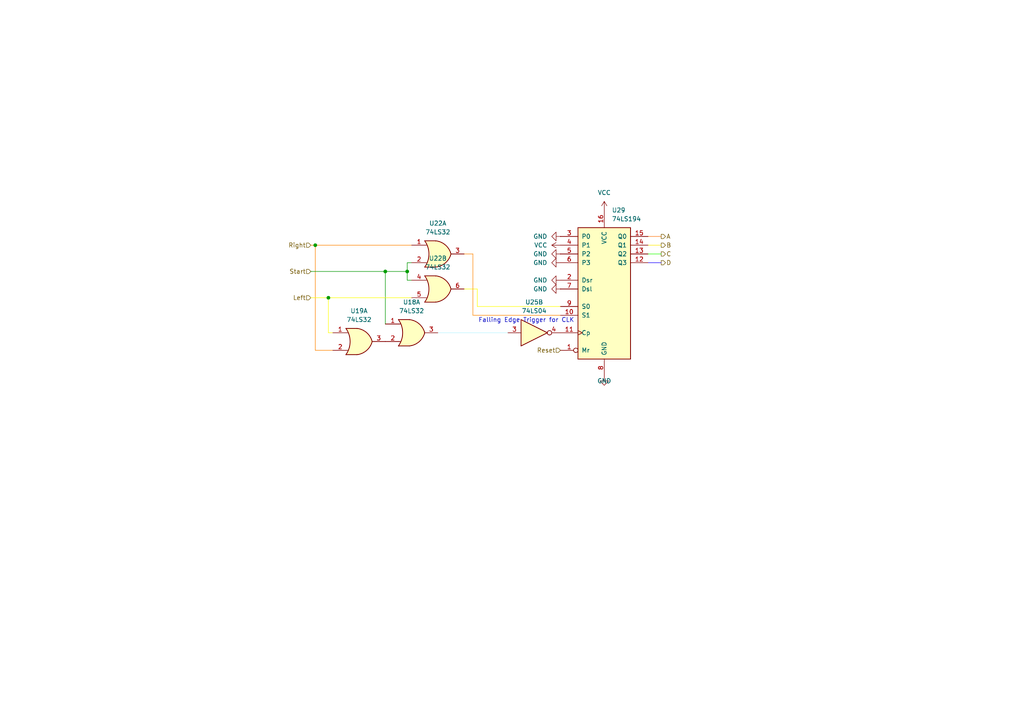
<source format=kicad_sch>
(kicad_sch
	(version 20250114)
	(generator "eeschema")
	(generator_version "9.0")
	(uuid "93741099-b1d1-46dc-9573-da7da452f05b")
	(paper "A4")
	(lib_symbols
		(symbol "74xx:74LS04"
			(exclude_from_sim no)
			(in_bom yes)
			(on_board yes)
			(property "Reference" "U"
				(at 0 1.27 0)
				(effects
					(font
						(size 1.27 1.27)
					)
				)
			)
			(property "Value" "74LS04"
				(at 0 -1.27 0)
				(effects
					(font
						(size 1.27 1.27)
					)
				)
			)
			(property "Footprint" ""
				(at 0 0 0)
				(effects
					(font
						(size 1.27 1.27)
					)
					(hide yes)
				)
			)
			(property "Datasheet" "http://www.ti.com/lit/gpn/sn74LS04"
				(at 0 0 0)
				(effects
					(font
						(size 1.27 1.27)
					)
					(hide yes)
				)
			)
			(property "Description" "Hex Inverter"
				(at 0 0 0)
				(effects
					(font
						(size 1.27 1.27)
					)
					(hide yes)
				)
			)
			(property "ki_locked" ""
				(at 0 0 0)
				(effects
					(font
						(size 1.27 1.27)
					)
				)
			)
			(property "ki_keywords" "TTL not inv"
				(at 0 0 0)
				(effects
					(font
						(size 1.27 1.27)
					)
					(hide yes)
				)
			)
			(property "ki_fp_filters" "DIP*W7.62mm* SSOP?14* TSSOP?14*"
				(at 0 0 0)
				(effects
					(font
						(size 1.27 1.27)
					)
					(hide yes)
				)
			)
			(symbol "74LS04_1_0"
				(polyline
					(pts
						(xy -3.81 3.81) (xy -3.81 -3.81) (xy 3.81 0) (xy -3.81 3.81)
					)
					(stroke
						(width 0.254)
						(type default)
					)
					(fill
						(type background)
					)
				)
				(pin input line
					(at -7.62 0 0)
					(length 3.81)
					(name "~"
						(effects
							(font
								(size 1.27 1.27)
							)
						)
					)
					(number "1"
						(effects
							(font
								(size 1.27 1.27)
							)
						)
					)
				)
				(pin output inverted
					(at 7.62 0 180)
					(length 3.81)
					(name "~"
						(effects
							(font
								(size 1.27 1.27)
							)
						)
					)
					(number "2"
						(effects
							(font
								(size 1.27 1.27)
							)
						)
					)
				)
			)
			(symbol "74LS04_2_0"
				(polyline
					(pts
						(xy -3.81 3.81) (xy -3.81 -3.81) (xy 3.81 0) (xy -3.81 3.81)
					)
					(stroke
						(width 0.254)
						(type default)
					)
					(fill
						(type background)
					)
				)
				(pin input line
					(at -7.62 0 0)
					(length 3.81)
					(name "~"
						(effects
							(font
								(size 1.27 1.27)
							)
						)
					)
					(number "3"
						(effects
							(font
								(size 1.27 1.27)
							)
						)
					)
				)
				(pin output inverted
					(at 7.62 0 180)
					(length 3.81)
					(name "~"
						(effects
							(font
								(size 1.27 1.27)
							)
						)
					)
					(number "4"
						(effects
							(font
								(size 1.27 1.27)
							)
						)
					)
				)
			)
			(symbol "74LS04_3_0"
				(polyline
					(pts
						(xy -3.81 3.81) (xy -3.81 -3.81) (xy 3.81 0) (xy -3.81 3.81)
					)
					(stroke
						(width 0.254)
						(type default)
					)
					(fill
						(type background)
					)
				)
				(pin input line
					(at -7.62 0 0)
					(length 3.81)
					(name "~"
						(effects
							(font
								(size 1.27 1.27)
							)
						)
					)
					(number "5"
						(effects
							(font
								(size 1.27 1.27)
							)
						)
					)
				)
				(pin output inverted
					(at 7.62 0 180)
					(length 3.81)
					(name "~"
						(effects
							(font
								(size 1.27 1.27)
							)
						)
					)
					(number "6"
						(effects
							(font
								(size 1.27 1.27)
							)
						)
					)
				)
			)
			(symbol "74LS04_4_0"
				(polyline
					(pts
						(xy -3.81 3.81) (xy -3.81 -3.81) (xy 3.81 0) (xy -3.81 3.81)
					)
					(stroke
						(width 0.254)
						(type default)
					)
					(fill
						(type background)
					)
				)
				(pin input line
					(at -7.62 0 0)
					(length 3.81)
					(name "~"
						(effects
							(font
								(size 1.27 1.27)
							)
						)
					)
					(number "9"
						(effects
							(font
								(size 1.27 1.27)
							)
						)
					)
				)
				(pin output inverted
					(at 7.62 0 180)
					(length 3.81)
					(name "~"
						(effects
							(font
								(size 1.27 1.27)
							)
						)
					)
					(number "8"
						(effects
							(font
								(size 1.27 1.27)
							)
						)
					)
				)
			)
			(symbol "74LS04_5_0"
				(polyline
					(pts
						(xy -3.81 3.81) (xy -3.81 -3.81) (xy 3.81 0) (xy -3.81 3.81)
					)
					(stroke
						(width 0.254)
						(type default)
					)
					(fill
						(type background)
					)
				)
				(pin input line
					(at -7.62 0 0)
					(length 3.81)
					(name "~"
						(effects
							(font
								(size 1.27 1.27)
							)
						)
					)
					(number "11"
						(effects
							(font
								(size 1.27 1.27)
							)
						)
					)
				)
				(pin output inverted
					(at 7.62 0 180)
					(length 3.81)
					(name "~"
						(effects
							(font
								(size 1.27 1.27)
							)
						)
					)
					(number "10"
						(effects
							(font
								(size 1.27 1.27)
							)
						)
					)
				)
			)
			(symbol "74LS04_6_0"
				(polyline
					(pts
						(xy -3.81 3.81) (xy -3.81 -3.81) (xy 3.81 0) (xy -3.81 3.81)
					)
					(stroke
						(width 0.254)
						(type default)
					)
					(fill
						(type background)
					)
				)
				(pin input line
					(at -7.62 0 0)
					(length 3.81)
					(name "~"
						(effects
							(font
								(size 1.27 1.27)
							)
						)
					)
					(number "13"
						(effects
							(font
								(size 1.27 1.27)
							)
						)
					)
				)
				(pin output inverted
					(at 7.62 0 180)
					(length 3.81)
					(name "~"
						(effects
							(font
								(size 1.27 1.27)
							)
						)
					)
					(number "12"
						(effects
							(font
								(size 1.27 1.27)
							)
						)
					)
				)
			)
			(symbol "74LS04_7_0"
				(pin power_in line
					(at 0 12.7 270)
					(length 5.08)
					(name "VCC"
						(effects
							(font
								(size 1.27 1.27)
							)
						)
					)
					(number "14"
						(effects
							(font
								(size 1.27 1.27)
							)
						)
					)
				)
				(pin power_in line
					(at 0 -12.7 90)
					(length 5.08)
					(name "GND"
						(effects
							(font
								(size 1.27 1.27)
							)
						)
					)
					(number "7"
						(effects
							(font
								(size 1.27 1.27)
							)
						)
					)
				)
			)
			(symbol "74LS04_7_1"
				(rectangle
					(start -5.08 7.62)
					(end 5.08 -7.62)
					(stroke
						(width 0.254)
						(type default)
					)
					(fill
						(type background)
					)
				)
			)
			(embedded_fonts no)
		)
		(symbol "74xx:74LS194"
			(pin_names
				(offset 1.016)
			)
			(exclude_from_sim no)
			(in_bom yes)
			(on_board yes)
			(property "Reference" "U"
				(at -7.62 19.05 0)
				(effects
					(font
						(size 1.27 1.27)
					)
				)
			)
			(property "Value" "74LS194"
				(at -7.62 -21.59 0)
				(effects
					(font
						(size 1.27 1.27)
					)
				)
			)
			(property "Footprint" ""
				(at 0 0 0)
				(effects
					(font
						(size 1.27 1.27)
					)
					(hide yes)
				)
			)
			(property "Datasheet" "http://www.ti.com/lit/gpn/sn74LS194"
				(at 0 0 0)
				(effects
					(font
						(size 1.27 1.27)
					)
					(hide yes)
				)
			)
			(property "Description" "Shift Register 4-bit Bidirectional"
				(at 0 0 0)
				(effects
					(font
						(size 1.27 1.27)
					)
					(hide yes)
				)
			)
			(property "ki_locked" ""
				(at 0 0 0)
				(effects
					(font
						(size 1.27 1.27)
					)
				)
			)
			(property "ki_keywords" "TTL RS SR4"
				(at 0 0 0)
				(effects
					(font
						(size 1.27 1.27)
					)
					(hide yes)
				)
			)
			(property "ki_fp_filters" "DIP?16*"
				(at 0 0 0)
				(effects
					(font
						(size 1.27 1.27)
					)
					(hide yes)
				)
			)
			(symbol "74LS194_1_0"
				(pin input line
					(at -12.7 15.24 0)
					(length 5.08)
					(name "P0"
						(effects
							(font
								(size 1.27 1.27)
							)
						)
					)
					(number "3"
						(effects
							(font
								(size 1.27 1.27)
							)
						)
					)
				)
				(pin input line
					(at -12.7 12.7 0)
					(length 5.08)
					(name "P1"
						(effects
							(font
								(size 1.27 1.27)
							)
						)
					)
					(number "4"
						(effects
							(font
								(size 1.27 1.27)
							)
						)
					)
				)
				(pin input line
					(at -12.7 10.16 0)
					(length 5.08)
					(name "P2"
						(effects
							(font
								(size 1.27 1.27)
							)
						)
					)
					(number "5"
						(effects
							(font
								(size 1.27 1.27)
							)
						)
					)
				)
				(pin input line
					(at -12.7 7.62 0)
					(length 5.08)
					(name "P3"
						(effects
							(font
								(size 1.27 1.27)
							)
						)
					)
					(number "6"
						(effects
							(font
								(size 1.27 1.27)
							)
						)
					)
				)
				(pin input line
					(at -12.7 2.54 0)
					(length 5.08)
					(name "Dsr"
						(effects
							(font
								(size 1.27 1.27)
							)
						)
					)
					(number "2"
						(effects
							(font
								(size 1.27 1.27)
							)
						)
					)
				)
				(pin input line
					(at -12.7 0 0)
					(length 5.08)
					(name "Dsl"
						(effects
							(font
								(size 1.27 1.27)
							)
						)
					)
					(number "7"
						(effects
							(font
								(size 1.27 1.27)
							)
						)
					)
				)
				(pin input line
					(at -12.7 -5.08 0)
					(length 5.08)
					(name "S0"
						(effects
							(font
								(size 1.27 1.27)
							)
						)
					)
					(number "9"
						(effects
							(font
								(size 1.27 1.27)
							)
						)
					)
				)
				(pin input line
					(at -12.7 -7.62 0)
					(length 5.08)
					(name "S1"
						(effects
							(font
								(size 1.27 1.27)
							)
						)
					)
					(number "10"
						(effects
							(font
								(size 1.27 1.27)
							)
						)
					)
				)
				(pin input clock
					(at -12.7 -12.7 0)
					(length 5.08)
					(name "Cp"
						(effects
							(font
								(size 1.27 1.27)
							)
						)
					)
					(number "11"
						(effects
							(font
								(size 1.27 1.27)
							)
						)
					)
				)
				(pin input inverted
					(at -12.7 -17.78 0)
					(length 5.08)
					(name "Mr"
						(effects
							(font
								(size 1.27 1.27)
							)
						)
					)
					(number "1"
						(effects
							(font
								(size 1.27 1.27)
							)
						)
					)
				)
				(pin power_in line
					(at 0 22.86 270)
					(length 5.08)
					(name "VCC"
						(effects
							(font
								(size 1.27 1.27)
							)
						)
					)
					(number "16"
						(effects
							(font
								(size 1.27 1.27)
							)
						)
					)
				)
				(pin power_in line
					(at 0 -25.4 90)
					(length 5.08)
					(name "GND"
						(effects
							(font
								(size 1.27 1.27)
							)
						)
					)
					(number "8"
						(effects
							(font
								(size 1.27 1.27)
							)
						)
					)
				)
				(pin output line
					(at 12.7 15.24 180)
					(length 5.08)
					(name "Q0"
						(effects
							(font
								(size 1.27 1.27)
							)
						)
					)
					(number "15"
						(effects
							(font
								(size 1.27 1.27)
							)
						)
					)
				)
				(pin output line
					(at 12.7 12.7 180)
					(length 5.08)
					(name "Q1"
						(effects
							(font
								(size 1.27 1.27)
							)
						)
					)
					(number "14"
						(effects
							(font
								(size 1.27 1.27)
							)
						)
					)
				)
				(pin output line
					(at 12.7 10.16 180)
					(length 5.08)
					(name "Q2"
						(effects
							(font
								(size 1.27 1.27)
							)
						)
					)
					(number "13"
						(effects
							(font
								(size 1.27 1.27)
							)
						)
					)
				)
				(pin output line
					(at 12.7 7.62 180)
					(length 5.08)
					(name "Q3"
						(effects
							(font
								(size 1.27 1.27)
							)
						)
					)
					(number "12"
						(effects
							(font
								(size 1.27 1.27)
							)
						)
					)
				)
			)
			(symbol "74LS194_1_1"
				(rectangle
					(start -7.62 17.78)
					(end 7.62 -20.32)
					(stroke
						(width 0.254)
						(type default)
					)
					(fill
						(type background)
					)
				)
			)
			(embedded_fonts no)
		)
		(symbol "74xx:74LS32"
			(pin_names
				(offset 1.016)
			)
			(exclude_from_sim no)
			(in_bom yes)
			(on_board yes)
			(property "Reference" "U"
				(at 0 1.27 0)
				(effects
					(font
						(size 1.27 1.27)
					)
				)
			)
			(property "Value" "74LS32"
				(at 0 -1.27 0)
				(effects
					(font
						(size 1.27 1.27)
					)
				)
			)
			(property "Footprint" ""
				(at 0 0 0)
				(effects
					(font
						(size 1.27 1.27)
					)
					(hide yes)
				)
			)
			(property "Datasheet" "http://www.ti.com/lit/gpn/sn74LS32"
				(at 0 0 0)
				(effects
					(font
						(size 1.27 1.27)
					)
					(hide yes)
				)
			)
			(property "Description" "Quad 2-input OR"
				(at 0 0 0)
				(effects
					(font
						(size 1.27 1.27)
					)
					(hide yes)
				)
			)
			(property "ki_locked" ""
				(at 0 0 0)
				(effects
					(font
						(size 1.27 1.27)
					)
				)
			)
			(property "ki_keywords" "TTL Or2"
				(at 0 0 0)
				(effects
					(font
						(size 1.27 1.27)
					)
					(hide yes)
				)
			)
			(property "ki_fp_filters" "DIP?14*"
				(at 0 0 0)
				(effects
					(font
						(size 1.27 1.27)
					)
					(hide yes)
				)
			)
			(symbol "74LS32_1_1"
				(arc
					(start -3.81 3.81)
					(mid -2.589 0)
					(end -3.81 -3.81)
					(stroke
						(width 0.254)
						(type default)
					)
					(fill
						(type none)
					)
				)
				(polyline
					(pts
						(xy -3.81 3.81) (xy -0.635 3.81)
					)
					(stroke
						(width 0.254)
						(type default)
					)
					(fill
						(type background)
					)
				)
				(polyline
					(pts
						(xy -3.81 -3.81) (xy -0.635 -3.81)
					)
					(stroke
						(width 0.254)
						(type default)
					)
					(fill
						(type background)
					)
				)
				(arc
					(start 3.81 0)
					(mid 2.1855 -2.584)
					(end -0.6096 -3.81)
					(stroke
						(width 0.254)
						(type default)
					)
					(fill
						(type background)
					)
				)
				(arc
					(start -0.6096 3.81)
					(mid 2.1928 2.5924)
					(end 3.81 0)
					(stroke
						(width 0.254)
						(type default)
					)
					(fill
						(type background)
					)
				)
				(polyline
					(pts
						(xy -0.635 3.81) (xy -3.81 3.81) (xy -3.81 3.81) (xy -3.556 3.4036) (xy -3.0226 2.2606) (xy -2.6924 1.0414)
						(xy -2.6162 -0.254) (xy -2.7686 -1.4986) (xy -3.175 -2.7178) (xy -3.81 -3.81) (xy -3.81 -3.81)
						(xy -0.635 -3.81)
					)
					(stroke
						(width -25.4)
						(type default)
					)
					(fill
						(type background)
					)
				)
				(pin input line
					(at -7.62 2.54 0)
					(length 4.318)
					(name "~"
						(effects
							(font
								(size 1.27 1.27)
							)
						)
					)
					(number "1"
						(effects
							(font
								(size 1.27 1.27)
							)
						)
					)
				)
				(pin input line
					(at -7.62 -2.54 0)
					(length 4.318)
					(name "~"
						(effects
							(font
								(size 1.27 1.27)
							)
						)
					)
					(number "2"
						(effects
							(font
								(size 1.27 1.27)
							)
						)
					)
				)
				(pin output line
					(at 7.62 0 180)
					(length 3.81)
					(name "~"
						(effects
							(font
								(size 1.27 1.27)
							)
						)
					)
					(number "3"
						(effects
							(font
								(size 1.27 1.27)
							)
						)
					)
				)
			)
			(symbol "74LS32_1_2"
				(arc
					(start 0 3.81)
					(mid 3.7934 0)
					(end 0 -3.81)
					(stroke
						(width 0.254)
						(type default)
					)
					(fill
						(type background)
					)
				)
				(polyline
					(pts
						(xy 0 3.81) (xy -3.81 3.81) (xy -3.81 -3.81) (xy 0 -3.81)
					)
					(stroke
						(width 0.254)
						(type default)
					)
					(fill
						(type background)
					)
				)
				(pin input inverted
					(at -7.62 2.54 0)
					(length 3.81)
					(name "~"
						(effects
							(font
								(size 1.27 1.27)
							)
						)
					)
					(number "1"
						(effects
							(font
								(size 1.27 1.27)
							)
						)
					)
				)
				(pin input inverted
					(at -7.62 -2.54 0)
					(length 3.81)
					(name "~"
						(effects
							(font
								(size 1.27 1.27)
							)
						)
					)
					(number "2"
						(effects
							(font
								(size 1.27 1.27)
							)
						)
					)
				)
				(pin output inverted
					(at 7.62 0 180)
					(length 3.81)
					(name "~"
						(effects
							(font
								(size 1.27 1.27)
							)
						)
					)
					(number "3"
						(effects
							(font
								(size 1.27 1.27)
							)
						)
					)
				)
			)
			(symbol "74LS32_2_1"
				(arc
					(start -3.81 3.81)
					(mid -2.589 0)
					(end -3.81 -3.81)
					(stroke
						(width 0.254)
						(type default)
					)
					(fill
						(type none)
					)
				)
				(polyline
					(pts
						(xy -3.81 3.81) (xy -0.635 3.81)
					)
					(stroke
						(width 0.254)
						(type default)
					)
					(fill
						(type background)
					)
				)
				(polyline
					(pts
						(xy -3.81 -3.81) (xy -0.635 -3.81)
					)
					(stroke
						(width 0.254)
						(type default)
					)
					(fill
						(type background)
					)
				)
				(arc
					(start 3.81 0)
					(mid 2.1855 -2.584)
					(end -0.6096 -3.81)
					(stroke
						(width 0.254)
						(type default)
					)
					(fill
						(type background)
					)
				)
				(arc
					(start -0.6096 3.81)
					(mid 2.1928 2.5924)
					(end 3.81 0)
					(stroke
						(width 0.254)
						(type default)
					)
					(fill
						(type background)
					)
				)
				(polyline
					(pts
						(xy -0.635 3.81) (xy -3.81 3.81) (xy -3.81 3.81) (xy -3.556 3.4036) (xy -3.0226 2.2606) (xy -2.6924 1.0414)
						(xy -2.6162 -0.254) (xy -2.7686 -1.4986) (xy -3.175 -2.7178) (xy -3.81 -3.81) (xy -3.81 -3.81)
						(xy -0.635 -3.81)
					)
					(stroke
						(width -25.4)
						(type default)
					)
					(fill
						(type background)
					)
				)
				(pin input line
					(at -7.62 2.54 0)
					(length 4.318)
					(name "~"
						(effects
							(font
								(size 1.27 1.27)
							)
						)
					)
					(number "4"
						(effects
							(font
								(size 1.27 1.27)
							)
						)
					)
				)
				(pin input line
					(at -7.62 -2.54 0)
					(length 4.318)
					(name "~"
						(effects
							(font
								(size 1.27 1.27)
							)
						)
					)
					(number "5"
						(effects
							(font
								(size 1.27 1.27)
							)
						)
					)
				)
				(pin output line
					(at 7.62 0 180)
					(length 3.81)
					(name "~"
						(effects
							(font
								(size 1.27 1.27)
							)
						)
					)
					(number "6"
						(effects
							(font
								(size 1.27 1.27)
							)
						)
					)
				)
			)
			(symbol "74LS32_2_2"
				(arc
					(start 0 3.81)
					(mid 3.7934 0)
					(end 0 -3.81)
					(stroke
						(width 0.254)
						(type default)
					)
					(fill
						(type background)
					)
				)
				(polyline
					(pts
						(xy 0 3.81) (xy -3.81 3.81) (xy -3.81 -3.81) (xy 0 -3.81)
					)
					(stroke
						(width 0.254)
						(type default)
					)
					(fill
						(type background)
					)
				)
				(pin input inverted
					(at -7.62 2.54 0)
					(length 3.81)
					(name "~"
						(effects
							(font
								(size 1.27 1.27)
							)
						)
					)
					(number "4"
						(effects
							(font
								(size 1.27 1.27)
							)
						)
					)
				)
				(pin input inverted
					(at -7.62 -2.54 0)
					(length 3.81)
					(name "~"
						(effects
							(font
								(size 1.27 1.27)
							)
						)
					)
					(number "5"
						(effects
							(font
								(size 1.27 1.27)
							)
						)
					)
				)
				(pin output inverted
					(at 7.62 0 180)
					(length 3.81)
					(name "~"
						(effects
							(font
								(size 1.27 1.27)
							)
						)
					)
					(number "6"
						(effects
							(font
								(size 1.27 1.27)
							)
						)
					)
				)
			)
			(symbol "74LS32_3_1"
				(arc
					(start -3.81 3.81)
					(mid -2.589 0)
					(end -3.81 -3.81)
					(stroke
						(width 0.254)
						(type default)
					)
					(fill
						(type none)
					)
				)
				(polyline
					(pts
						(xy -3.81 3.81) (xy -0.635 3.81)
					)
					(stroke
						(width 0.254)
						(type default)
					)
					(fill
						(type background)
					)
				)
				(polyline
					(pts
						(xy -3.81 -3.81) (xy -0.635 -3.81)
					)
					(stroke
						(width 0.254)
						(type default)
					)
					(fill
						(type background)
					)
				)
				(arc
					(start 3.81 0)
					(mid 2.1855 -2.584)
					(end -0.6096 -3.81)
					(stroke
						(width 0.254)
						(type default)
					)
					(fill
						(type background)
					)
				)
				(arc
					(start -0.6096 3.81)
					(mid 2.1928 2.5924)
					(end 3.81 0)
					(stroke
						(width 0.254)
						(type default)
					)
					(fill
						(type background)
					)
				)
				(polyline
					(pts
						(xy -0.635 3.81) (xy -3.81 3.81) (xy -3.81 3.81) (xy -3.556 3.4036) (xy -3.0226 2.2606) (xy -2.6924 1.0414)
						(xy -2.6162 -0.254) (xy -2.7686 -1.4986) (xy -3.175 -2.7178) (xy -3.81 -3.81) (xy -3.81 -3.81)
						(xy -0.635 -3.81)
					)
					(stroke
						(width -25.4)
						(type default)
					)
					(fill
						(type background)
					)
				)
				(pin input line
					(at -7.62 2.54 0)
					(length 4.318)
					(name "~"
						(effects
							(font
								(size 1.27 1.27)
							)
						)
					)
					(number "9"
						(effects
							(font
								(size 1.27 1.27)
							)
						)
					)
				)
				(pin input line
					(at -7.62 -2.54 0)
					(length 4.318)
					(name "~"
						(effects
							(font
								(size 1.27 1.27)
							)
						)
					)
					(number "10"
						(effects
							(font
								(size 1.27 1.27)
							)
						)
					)
				)
				(pin output line
					(at 7.62 0 180)
					(length 3.81)
					(name "~"
						(effects
							(font
								(size 1.27 1.27)
							)
						)
					)
					(number "8"
						(effects
							(font
								(size 1.27 1.27)
							)
						)
					)
				)
			)
			(symbol "74LS32_3_2"
				(arc
					(start 0 3.81)
					(mid 3.7934 0)
					(end 0 -3.81)
					(stroke
						(width 0.254)
						(type default)
					)
					(fill
						(type background)
					)
				)
				(polyline
					(pts
						(xy 0 3.81) (xy -3.81 3.81) (xy -3.81 -3.81) (xy 0 -3.81)
					)
					(stroke
						(width 0.254)
						(type default)
					)
					(fill
						(type background)
					)
				)
				(pin input inverted
					(at -7.62 2.54 0)
					(length 3.81)
					(name "~"
						(effects
							(font
								(size 1.27 1.27)
							)
						)
					)
					(number "9"
						(effects
							(font
								(size 1.27 1.27)
							)
						)
					)
				)
				(pin input inverted
					(at -7.62 -2.54 0)
					(length 3.81)
					(name "~"
						(effects
							(font
								(size 1.27 1.27)
							)
						)
					)
					(number "10"
						(effects
							(font
								(size 1.27 1.27)
							)
						)
					)
				)
				(pin output inverted
					(at 7.62 0 180)
					(length 3.81)
					(name "~"
						(effects
							(font
								(size 1.27 1.27)
							)
						)
					)
					(number "8"
						(effects
							(font
								(size 1.27 1.27)
							)
						)
					)
				)
			)
			(symbol "74LS32_4_1"
				(arc
					(start -3.81 3.81)
					(mid -2.589 0)
					(end -3.81 -3.81)
					(stroke
						(width 0.254)
						(type default)
					)
					(fill
						(type none)
					)
				)
				(polyline
					(pts
						(xy -3.81 3.81) (xy -0.635 3.81)
					)
					(stroke
						(width 0.254)
						(type default)
					)
					(fill
						(type background)
					)
				)
				(polyline
					(pts
						(xy -3.81 -3.81) (xy -0.635 -3.81)
					)
					(stroke
						(width 0.254)
						(type default)
					)
					(fill
						(type background)
					)
				)
				(arc
					(start 3.81 0)
					(mid 2.1855 -2.584)
					(end -0.6096 -3.81)
					(stroke
						(width 0.254)
						(type default)
					)
					(fill
						(type background)
					)
				)
				(arc
					(start -0.6096 3.81)
					(mid 2.1928 2.5924)
					(end 3.81 0)
					(stroke
						(width 0.254)
						(type default)
					)
					(fill
						(type background)
					)
				)
				(polyline
					(pts
						(xy -0.635 3.81) (xy -3.81 3.81) (xy -3.81 3.81) (xy -3.556 3.4036) (xy -3.0226 2.2606) (xy -2.6924 1.0414)
						(xy -2.6162 -0.254) (xy -2.7686 -1.4986) (xy -3.175 -2.7178) (xy -3.81 -3.81) (xy -3.81 -3.81)
						(xy -0.635 -3.81)
					)
					(stroke
						(width -25.4)
						(type default)
					)
					(fill
						(type background)
					)
				)
				(pin input line
					(at -7.62 2.54 0)
					(length 4.318)
					(name "~"
						(effects
							(font
								(size 1.27 1.27)
							)
						)
					)
					(number "12"
						(effects
							(font
								(size 1.27 1.27)
							)
						)
					)
				)
				(pin input line
					(at -7.62 -2.54 0)
					(length 4.318)
					(name "~"
						(effects
							(font
								(size 1.27 1.27)
							)
						)
					)
					(number "13"
						(effects
							(font
								(size 1.27 1.27)
							)
						)
					)
				)
				(pin output line
					(at 7.62 0 180)
					(length 3.81)
					(name "~"
						(effects
							(font
								(size 1.27 1.27)
							)
						)
					)
					(number "11"
						(effects
							(font
								(size 1.27 1.27)
							)
						)
					)
				)
			)
			(symbol "74LS32_4_2"
				(arc
					(start 0 3.81)
					(mid 3.7934 0)
					(end 0 -3.81)
					(stroke
						(width 0.254)
						(type default)
					)
					(fill
						(type background)
					)
				)
				(polyline
					(pts
						(xy 0 3.81) (xy -3.81 3.81) (xy -3.81 -3.81) (xy 0 -3.81)
					)
					(stroke
						(width 0.254)
						(type default)
					)
					(fill
						(type background)
					)
				)
				(pin input inverted
					(at -7.62 2.54 0)
					(length 3.81)
					(name "~"
						(effects
							(font
								(size 1.27 1.27)
							)
						)
					)
					(number "12"
						(effects
							(font
								(size 1.27 1.27)
							)
						)
					)
				)
				(pin input inverted
					(at -7.62 -2.54 0)
					(length 3.81)
					(name "~"
						(effects
							(font
								(size 1.27 1.27)
							)
						)
					)
					(number "13"
						(effects
							(font
								(size 1.27 1.27)
							)
						)
					)
				)
				(pin output inverted
					(at 7.62 0 180)
					(length 3.81)
					(name "~"
						(effects
							(font
								(size 1.27 1.27)
							)
						)
					)
					(number "11"
						(effects
							(font
								(size 1.27 1.27)
							)
						)
					)
				)
			)
			(symbol "74LS32_5_0"
				(pin power_in line
					(at 0 12.7 270)
					(length 5.08)
					(name "VCC"
						(effects
							(font
								(size 1.27 1.27)
							)
						)
					)
					(number "14"
						(effects
							(font
								(size 1.27 1.27)
							)
						)
					)
				)
				(pin power_in line
					(at 0 -12.7 90)
					(length 5.08)
					(name "GND"
						(effects
							(font
								(size 1.27 1.27)
							)
						)
					)
					(number "7"
						(effects
							(font
								(size 1.27 1.27)
							)
						)
					)
				)
			)
			(symbol "74LS32_5_1"
				(rectangle
					(start -5.08 7.62)
					(end 5.08 -7.62)
					(stroke
						(width 0.254)
						(type default)
					)
					(fill
						(type background)
					)
				)
			)
			(embedded_fonts no)
		)
		(symbol "power:GND"
			(power)
			(pin_numbers
				(hide yes)
			)
			(pin_names
				(offset 0)
				(hide yes)
			)
			(exclude_from_sim no)
			(in_bom yes)
			(on_board yes)
			(property "Reference" "#PWR"
				(at 0 -6.35 0)
				(effects
					(font
						(size 1.27 1.27)
					)
					(hide yes)
				)
			)
			(property "Value" "GND"
				(at 0 -3.81 0)
				(effects
					(font
						(size 1.27 1.27)
					)
				)
			)
			(property "Footprint" ""
				(at 0 0 0)
				(effects
					(font
						(size 1.27 1.27)
					)
					(hide yes)
				)
			)
			(property "Datasheet" ""
				(at 0 0 0)
				(effects
					(font
						(size 1.27 1.27)
					)
					(hide yes)
				)
			)
			(property "Description" "Power symbol creates a global label with name \"GND\" , ground"
				(at 0 0 0)
				(effects
					(font
						(size 1.27 1.27)
					)
					(hide yes)
				)
			)
			(property "ki_keywords" "global power"
				(at 0 0 0)
				(effects
					(font
						(size 1.27 1.27)
					)
					(hide yes)
				)
			)
			(symbol "GND_0_1"
				(polyline
					(pts
						(xy 0 0) (xy 0 -1.27) (xy 1.27 -1.27) (xy 0 -2.54) (xy -1.27 -1.27) (xy 0 -1.27)
					)
					(stroke
						(width 0)
						(type default)
					)
					(fill
						(type none)
					)
				)
			)
			(symbol "GND_1_1"
				(pin power_in line
					(at 0 0 270)
					(length 0)
					(name "~"
						(effects
							(font
								(size 1.27 1.27)
							)
						)
					)
					(number "1"
						(effects
							(font
								(size 1.27 1.27)
							)
						)
					)
				)
			)
			(embedded_fonts no)
		)
		(symbol "power:VCC"
			(power)
			(pin_numbers
				(hide yes)
			)
			(pin_names
				(offset 0)
				(hide yes)
			)
			(exclude_from_sim no)
			(in_bom yes)
			(on_board yes)
			(property "Reference" "#PWR"
				(at 0 -3.81 0)
				(effects
					(font
						(size 1.27 1.27)
					)
					(hide yes)
				)
			)
			(property "Value" "VCC"
				(at 0 3.556 0)
				(effects
					(font
						(size 1.27 1.27)
					)
				)
			)
			(property "Footprint" ""
				(at 0 0 0)
				(effects
					(font
						(size 1.27 1.27)
					)
					(hide yes)
				)
			)
			(property "Datasheet" ""
				(at 0 0 0)
				(effects
					(font
						(size 1.27 1.27)
					)
					(hide yes)
				)
			)
			(property "Description" "Power symbol creates a global label with name \"VCC\""
				(at 0 0 0)
				(effects
					(font
						(size 1.27 1.27)
					)
					(hide yes)
				)
			)
			(property "ki_keywords" "global power"
				(at 0 0 0)
				(effects
					(font
						(size 1.27 1.27)
					)
					(hide yes)
				)
			)
			(symbol "VCC_0_1"
				(polyline
					(pts
						(xy -0.762 1.27) (xy 0 2.54)
					)
					(stroke
						(width 0)
						(type default)
					)
					(fill
						(type none)
					)
				)
				(polyline
					(pts
						(xy 0 2.54) (xy 0.762 1.27)
					)
					(stroke
						(width 0)
						(type default)
					)
					(fill
						(type none)
					)
				)
				(polyline
					(pts
						(xy 0 0) (xy 0 2.54)
					)
					(stroke
						(width 0)
						(type default)
					)
					(fill
						(type none)
					)
				)
			)
			(symbol "VCC_1_1"
				(pin power_in line
					(at 0 0 90)
					(length 0)
					(name "~"
						(effects
							(font
								(size 1.27 1.27)
							)
						)
					)
					(number "1"
						(effects
							(font
								(size 1.27 1.27)
							)
						)
					)
				)
			)
			(embedded_fonts no)
		)
	)
	(text "Falling Edge Trigger for CLK"
		(exclude_from_sim no)
		(at 152.654 92.964 0)
		(effects
			(font
				(size 1.27 1.27)
			)
		)
		(uuid "c0afe4dd-d394-430b-a1e4-c794c2bb9726")
	)
	(junction
		(at 118.11 78.74)
		(diameter 0)
		(color 0 0 0 0)
		(uuid "12be6c1f-a9d8-4492-a53e-684d32b0c375")
	)
	(junction
		(at 95.25 86.36)
		(diameter 0)
		(color 0 0 0 0)
		(uuid "6b8e3d04-5480-4fa9-9c87-8b251c41b9cf")
	)
	(junction
		(at 111.76 78.74)
		(diameter 0)
		(color 0 0 0 0)
		(uuid "a7d6c896-ab07-4342-a21a-2d2e272e61fc")
	)
	(junction
		(at 91.44 71.12)
		(diameter 0)
		(color 0 0 0 0)
		(uuid "eec2b76f-1c74-4e32-b6d4-fcaac1526975")
	)
	(wire
		(pts
			(xy 118.11 76.2) (xy 119.38 76.2)
		)
		(stroke
			(width 0)
			(type default)
		)
		(uuid "003208fe-6ea9-44d7-8f9a-a1d368333c41")
	)
	(wire
		(pts
			(xy 95.25 96.52) (xy 96.52 96.52)
		)
		(stroke
			(width 0)
			(type default)
			(color 254 255 0 1)
		)
		(uuid "039ffa4c-c16e-4b66-b693-7a1557342d81")
	)
	(wire
		(pts
			(xy 137.16 73.66) (xy 137.16 91.44)
		)
		(stroke
			(width 0)
			(type default)
			(color 255 132 0 1)
		)
		(uuid "0611ed87-b84a-4ed1-9b58-985c43f2be7b")
	)
	(wire
		(pts
			(xy 138.43 83.82) (xy 138.43 88.9)
		)
		(stroke
			(width 0)
			(type default)
			(color 254 255 0 1)
		)
		(uuid "06982be0-fcf6-47a7-a17a-c35e0e917f53")
	)
	(wire
		(pts
			(xy 137.16 91.44) (xy 162.56 91.44)
		)
		(stroke
			(width 0)
			(type default)
			(color 255 132 0 1)
		)
		(uuid "0e812a5d-ae36-4e55-b5bd-89663a84309c")
	)
	(wire
		(pts
			(xy 90.17 86.36) (xy 95.25 86.36)
		)
		(stroke
			(width 0)
			(type default)
			(color 254 255 0 1)
		)
		(uuid "2b19b5a4-0e93-445a-97cc-4833d0f9524c")
	)
	(wire
		(pts
			(xy 118.11 78.74) (xy 118.11 81.28)
		)
		(stroke
			(width 0)
			(type default)
		)
		(uuid "342c4ed6-d97b-4a0b-80a2-a101bf9a0bf3")
	)
	(wire
		(pts
			(xy 138.43 88.9) (xy 162.56 88.9)
		)
		(stroke
			(width 0)
			(type default)
			(color 254 255 0 1)
		)
		(uuid "3ee4fafd-fe10-45cb-be40-9ba8444c0e94")
	)
	(wire
		(pts
			(xy 127 96.52) (xy 147.32 96.52)
		)
		(stroke
			(width 0)
			(type default)
			(color 186 244 255 1)
		)
		(uuid "41638473-a524-4ef9-8c91-7f03b2a3723c")
	)
	(wire
		(pts
			(xy 95.25 86.36) (xy 119.38 86.36)
		)
		(stroke
			(width 0)
			(type default)
			(color 254 255 0 1)
		)
		(uuid "41c006b6-05aa-4ab9-8921-9c6902bdcc98")
	)
	(wire
		(pts
			(xy 187.96 71.12) (xy 191.77 71.12)
		)
		(stroke
			(width 0)
			(type default)
			(color 255 235 6 1)
		)
		(uuid "48b4d024-ad59-433e-8dc0-73395f683343")
	)
	(wire
		(pts
			(xy 90.17 78.74) (xy 111.76 78.74)
		)
		(stroke
			(width 0)
			(type default)
		)
		(uuid "4aed7b60-c4ee-40b9-9284-49245cd08944")
	)
	(wire
		(pts
			(xy 134.62 83.82) (xy 138.43 83.82)
		)
		(stroke
			(width 0)
			(type default)
			(color 254 255 0 1)
		)
		(uuid "6a53e5eb-4a2f-47be-b543-60937df33eaa")
	)
	(wire
		(pts
			(xy 91.44 71.12) (xy 91.44 101.6)
		)
		(stroke
			(width 0)
			(type default)
			(color 255 132 0 1)
		)
		(uuid "71415d94-862f-488f-a64e-8edba7167d3f")
	)
	(wire
		(pts
			(xy 187.96 68.58) (xy 191.77 68.58)
		)
		(stroke
			(width 0)
			(type default)
			(color 255 109 0 1)
		)
		(uuid "7fd7a3b0-b099-43b4-a873-35ded34abf9c")
	)
	(wire
		(pts
			(xy 187.96 76.2) (xy 191.77 76.2)
		)
		(stroke
			(width 0)
			(type default)
			(color 26 2 255 1)
		)
		(uuid "84a1e2e6-4752-46ec-b7fd-00f8bcc0b570")
	)
	(wire
		(pts
			(xy 111.76 78.74) (xy 111.76 93.98)
		)
		(stroke
			(width 0)
			(type default)
		)
		(uuid "9829a60e-ee43-4eed-9b67-e244a6728267")
	)
	(wire
		(pts
			(xy 111.76 78.74) (xy 118.11 78.74)
		)
		(stroke
			(width 0)
			(type default)
		)
		(uuid "acb81fba-ae8b-4cc7-a9fd-165a50c24ff7")
	)
	(wire
		(pts
			(xy 95.25 86.36) (xy 95.25 96.52)
		)
		(stroke
			(width 0)
			(type default)
			(color 254 255 0 1)
		)
		(uuid "befe2f71-156d-4f11-ad4f-68b42b825a70")
	)
	(wire
		(pts
			(xy 134.62 73.66) (xy 137.16 73.66)
		)
		(stroke
			(width 0)
			(type default)
			(color 255 132 0 1)
		)
		(uuid "bf47b2cf-a6c0-48d2-8e4c-c14050ed06e7")
	)
	(wire
		(pts
			(xy 90.17 71.12) (xy 91.44 71.12)
		)
		(stroke
			(width 0)
			(type default)
			(color 255 132 0 1)
		)
		(uuid "cdc67e05-07a0-468b-99aa-a0b9f4982c0c")
	)
	(wire
		(pts
			(xy 118.11 78.74) (xy 118.11 76.2)
		)
		(stroke
			(width 0)
			(type default)
		)
		(uuid "d7e34eba-8bf7-4a88-953a-dc0b7e906e2b")
	)
	(wire
		(pts
			(xy 91.44 71.12) (xy 119.38 71.12)
		)
		(stroke
			(width 0)
			(type default)
			(color 255 132 0 1)
		)
		(uuid "e37dfca4-039b-491f-b32a-bb87632f2e54")
	)
	(wire
		(pts
			(xy 187.96 73.66) (xy 191.77 73.66)
		)
		(stroke
			(width 0)
			(type default)
			(color 33 255 0 1)
		)
		(uuid "ef963636-a45a-4c32-85f4-1832803a358e")
	)
	(wire
		(pts
			(xy 91.44 101.6) (xy 96.52 101.6)
		)
		(stroke
			(width 0)
			(type default)
			(color 255 132 0 1)
		)
		(uuid "f112d2dd-766e-4a86-bf54-8c22427c6655")
	)
	(wire
		(pts
			(xy 118.11 81.28) (xy 119.38 81.28)
		)
		(stroke
			(width 0)
			(type default)
		)
		(uuid "fa40d63d-a66f-4064-8daa-5ce43b76441c")
	)
	(hierarchical_label "Right"
		(shape input)
		(at 90.17 71.12 180)
		(effects
			(font
				(size 1.27 1.27)
			)
			(justify right)
		)
		(uuid "43687477-d332-41bc-8b5a-f95b524f003f")
	)
	(hierarchical_label "A"
		(shape output)
		(at 191.77 68.58 0)
		(effects
			(font
				(size 1.27 1.27)
			)
			(justify left)
		)
		(uuid "52e77857-e1fa-4389-b14b-fd9ebe44ddc9")
	)
	(hierarchical_label "B"
		(shape output)
		(at 191.77 71.12 0)
		(effects
			(font
				(size 1.27 1.27)
			)
			(justify left)
		)
		(uuid "692a1699-8b9e-4812-8fad-8b8ca4f6b5e7")
	)
	(hierarchical_label "Reset"
		(shape input)
		(at 162.56 101.6 180)
		(effects
			(font
				(size 1.27 1.27)
			)
			(justify right)
		)
		(uuid "6d77ed43-25e0-4bbb-a4ca-0d02a753e5eb")
	)
	(hierarchical_label "C"
		(shape output)
		(at 191.77 73.66 0)
		(effects
			(font
				(size 1.27 1.27)
			)
			(justify left)
		)
		(uuid "95ba1caf-d2f1-4ef9-b7fb-12cde6548241")
	)
	(hierarchical_label "Left"
		(shape input)
		(at 90.17 86.36 180)
		(effects
			(font
				(size 1.27 1.27)
			)
			(justify right)
		)
		(uuid "ceffe2bf-dc15-45c2-bd1a-626bc07052ae")
	)
	(hierarchical_label "D"
		(shape output)
		(at 191.77 76.2 0)
		(effects
			(font
				(size 1.27 1.27)
			)
			(justify left)
		)
		(uuid "cf0385ba-0e26-4c33-8f40-0d22630950ed")
	)
	(hierarchical_label "Start"
		(shape input)
		(at 90.17 78.74 180)
		(effects
			(font
				(size 1.27 1.27)
			)
			(justify right)
		)
		(uuid "f54fea12-6f74-4530-8aa4-093b641de427")
	)
	(symbol
		(lib_id "74xx:74LS04")
		(at 154.94 96.52 0)
		(unit 2)
		(exclude_from_sim no)
		(in_bom yes)
		(on_board yes)
		(dnp no)
		(fields_autoplaced yes)
		(uuid "386c8f5c-41eb-4c60-98eb-08250cae3db6")
		(property "Reference" "U25"
			(at 154.94 87.63 0)
			(effects
				(font
					(size 1.27 1.27)
				)
			)
		)
		(property "Value" "74LS04"
			(at 154.94 90.17 0)
			(effects
				(font
					(size 1.27 1.27)
				)
			)
		)
		(property "Footprint" ""
			(at 154.94 96.52 0)
			(effects
				(font
					(size 1.27 1.27)
				)
				(hide yes)
			)
		)
		(property "Datasheet" "http://www.ti.com/lit/gpn/sn74LS04"
			(at 154.94 96.52 0)
			(effects
				(font
					(size 1.27 1.27)
				)
				(hide yes)
			)
		)
		(property "Description" "Hex Inverter"
			(at 154.94 96.52 0)
			(effects
				(font
					(size 1.27 1.27)
				)
				(hide yes)
			)
		)
		(pin "3"
			(uuid "71006c67-5bfc-4ceb-8396-951b0ab1eeac")
		)
		(pin "1"
			(uuid "2d03a968-f788-4685-924c-d6299eb37f07")
		)
		(pin "11"
			(uuid "dbc81014-885d-4ddb-9a5c-aa3a025cc74f")
		)
		(pin "14"
			(uuid "7fcda9d3-697b-4b19-8014-25e516c88a93")
		)
		(pin "2"
			(uuid "05bd04ad-abac-4e71-8907-6a2c778b3063")
		)
		(pin "10"
			(uuid "8d7421a5-7e16-44a1-99eb-e93015900582")
		)
		(pin "5"
			(uuid "04f47e17-d6d3-40ef-9077-a0b979578bcd")
		)
		(pin "9"
			(uuid "5bed6630-6244-40a1-ac21-46c7030a5d84")
		)
		(pin "8"
			(uuid "f848fa29-7fcf-4c89-8892-3e4f8b3624c9")
		)
		(pin "6"
			(uuid "6c0d0786-3db7-418b-bde2-edfb5baf0a58")
		)
		(pin "13"
			(uuid "13cc5bdf-b081-48a3-a57b-1d8b2d4067a5")
		)
		(pin "12"
			(uuid "6595e4f6-7e44-4960-8050-8705739ab756")
		)
		(pin "7"
			(uuid "85c1f440-4663-46a4-a416-2035a55f43a3")
		)
		(pin "4"
			(uuid "89d3de7b-8683-410a-a399-7efc94a616ba")
		)
		(instances
			(project "Subway Surfers"
				(path "/e8ee49b0-6c92-4580-8670-f3d8867d6cec/1d2c6e79-b463-4858-aa6d-469a17f21f32"
					(reference "U25")
					(unit 2)
				)
			)
		)
	)
	(symbol
		(lib_id "power:VCC")
		(at 162.56 71.12 90)
		(unit 1)
		(exclude_from_sim no)
		(in_bom yes)
		(on_board yes)
		(dnp no)
		(fields_autoplaced yes)
		(uuid "4ebddf46-f99b-4399-a47d-3c60c4d2f611")
		(property "Reference" "#PWR092"
			(at 166.37 71.12 0)
			(effects
				(font
					(size 1.27 1.27)
				)
				(hide yes)
			)
		)
		(property "Value" "VCC"
			(at 158.75 71.1199 90)
			(effects
				(font
					(size 1.27 1.27)
				)
				(justify left)
			)
		)
		(property "Footprint" ""
			(at 162.56 71.12 0)
			(effects
				(font
					(size 1.27 1.27)
				)
				(hide yes)
			)
		)
		(property "Datasheet" ""
			(at 162.56 71.12 0)
			(effects
				(font
					(size 1.27 1.27)
				)
				(hide yes)
			)
		)
		(property "Description" "Power symbol creates a global label with name \"VCC\""
			(at 162.56 71.12 0)
			(effects
				(font
					(size 1.27 1.27)
				)
				(hide yes)
			)
		)
		(pin "1"
			(uuid "b796bf95-5688-4f3f-9719-82f0666530ac")
		)
		(instances
			(project "Subway Surfers"
				(path "/e8ee49b0-6c92-4580-8670-f3d8867d6cec/1d2c6e79-b463-4858-aa6d-469a17f21f32"
					(reference "#PWR092")
					(unit 1)
				)
			)
		)
	)
	(symbol
		(lib_id "power:VCC")
		(at 175.26 60.96 0)
		(unit 1)
		(exclude_from_sim no)
		(in_bom yes)
		(on_board yes)
		(dnp no)
		(fields_autoplaced yes)
		(uuid "54b18291-7b81-4877-a4c4-95f2eb590bf6")
		(property "Reference" "#PWR098"
			(at 175.26 64.77 0)
			(effects
				(font
					(size 1.27 1.27)
				)
				(hide yes)
			)
		)
		(property "Value" "VCC"
			(at 175.26 55.88 0)
			(effects
				(font
					(size 1.27 1.27)
				)
			)
		)
		(property "Footprint" ""
			(at 175.26 60.96 0)
			(effects
				(font
					(size 1.27 1.27)
				)
				(hide yes)
			)
		)
		(property "Datasheet" ""
			(at 175.26 60.96 0)
			(effects
				(font
					(size 1.27 1.27)
				)
				(hide yes)
			)
		)
		(property "Description" "Power symbol creates a global label with name \"VCC\""
			(at 175.26 60.96 0)
			(effects
				(font
					(size 1.27 1.27)
				)
				(hide yes)
			)
		)
		(pin "1"
			(uuid "6d110348-7208-4259-9e1b-f2cdc61347f5")
		)
		(instances
			(project "Subway Surfers"
				(path "/e8ee49b0-6c92-4580-8670-f3d8867d6cec/1d2c6e79-b463-4858-aa6d-469a17f21f32"
					(reference "#PWR098")
					(unit 1)
				)
			)
		)
	)
	(symbol
		(lib_id "power:GND")
		(at 162.56 68.58 270)
		(unit 1)
		(exclude_from_sim no)
		(in_bom yes)
		(on_board yes)
		(dnp no)
		(fields_autoplaced yes)
		(uuid "86aa7f84-1fd0-42fc-b34e-5f91d188ffa7")
		(property "Reference" "#PWR091"
			(at 156.21 68.58 0)
			(effects
				(font
					(size 1.27 1.27)
				)
				(hide yes)
			)
		)
		(property "Value" "GND"
			(at 158.75 68.5799 90)
			(effects
				(font
					(size 1.27 1.27)
				)
				(justify right)
			)
		)
		(property "Footprint" ""
			(at 162.56 68.58 0)
			(effects
				(font
					(size 1.27 1.27)
				)
				(hide yes)
			)
		)
		(property "Datasheet" ""
			(at 162.56 68.58 0)
			(effects
				(font
					(size 1.27 1.27)
				)
				(hide yes)
			)
		)
		(property "Description" "Power symbol creates a global label with name \"GND\" , ground"
			(at 162.56 68.58 0)
			(effects
				(font
					(size 1.27 1.27)
				)
				(hide yes)
			)
		)
		(pin "1"
			(uuid "297d5748-9969-46bb-86e7-1120922e18cd")
		)
		(instances
			(project "Subway Surfers"
				(path "/e8ee49b0-6c92-4580-8670-f3d8867d6cec/1d2c6e79-b463-4858-aa6d-469a17f21f32"
					(reference "#PWR091")
					(unit 1)
				)
			)
		)
	)
	(symbol
		(lib_id "power:GND")
		(at 162.56 73.66 270)
		(unit 1)
		(exclude_from_sim no)
		(in_bom yes)
		(on_board yes)
		(dnp no)
		(fields_autoplaced yes)
		(uuid "97f6e617-fa5e-451a-8ecf-d555141c9165")
		(property "Reference" "#PWR093"
			(at 156.21 73.66 0)
			(effects
				(font
					(size 1.27 1.27)
				)
				(hide yes)
			)
		)
		(property "Value" "GND"
			(at 158.75 73.6599 90)
			(effects
				(font
					(size 1.27 1.27)
				)
				(justify right)
			)
		)
		(property "Footprint" ""
			(at 162.56 73.66 0)
			(effects
				(font
					(size 1.27 1.27)
				)
				(hide yes)
			)
		)
		(property "Datasheet" ""
			(at 162.56 73.66 0)
			(effects
				(font
					(size 1.27 1.27)
				)
				(hide yes)
			)
		)
		(property "Description" "Power symbol creates a global label with name \"GND\" , ground"
			(at 162.56 73.66 0)
			(effects
				(font
					(size 1.27 1.27)
				)
				(hide yes)
			)
		)
		(pin "1"
			(uuid "6c9d89ae-cb83-45dd-9819-b74ad92f102f")
		)
		(instances
			(project "Subway Surfers"
				(path "/e8ee49b0-6c92-4580-8670-f3d8867d6cec/1d2c6e79-b463-4858-aa6d-469a17f21f32"
					(reference "#PWR093")
					(unit 1)
				)
			)
		)
	)
	(symbol
		(lib_id "74xx:74LS32")
		(at 104.14 99.06 0)
		(unit 1)
		(exclude_from_sim no)
		(in_bom yes)
		(on_board yes)
		(dnp no)
		(uuid "a5876e20-f601-49ec-ba2f-a18b8f8679a6")
		(property "Reference" "U19"
			(at 104.14 90.17 0)
			(effects
				(font
					(size 1.27 1.27)
				)
			)
		)
		(property "Value" "74LS32"
			(at 104.14 92.71 0)
			(effects
				(font
					(size 1.27 1.27)
				)
			)
		)
		(property "Footprint" ""
			(at 104.14 99.06 0)
			(effects
				(font
					(size 1.27 1.27)
				)
				(hide yes)
			)
		)
		(property "Datasheet" "http://www.ti.com/lit/gpn/sn74LS32"
			(at 104.14 99.06 0)
			(effects
				(font
					(size 1.27 1.27)
				)
				(hide yes)
			)
		)
		(property "Description" "Quad 2-input OR"
			(at 104.14 99.06 0)
			(effects
				(font
					(size 1.27 1.27)
				)
				(hide yes)
			)
		)
		(pin "4"
			(uuid "e3770d8a-4c68-4023-a3e5-18ae7e81f12e")
		)
		(pin "1"
			(uuid "23194df6-281a-4e5a-b031-95e3c12f6e7e")
		)
		(pin "2"
			(uuid "bffa8395-5fda-479b-8f12-10bbefefdb50")
		)
		(pin "3"
			(uuid "9c5fee62-e5fd-4eaf-b061-28176c8159db")
		)
		(pin "5"
			(uuid "e025728c-cb4e-4a6b-9df2-4968fd1734cb")
		)
		(pin "10"
			(uuid "ac1c8e38-b155-4f4e-b919-28abfa2a1ad0")
		)
		(pin "6"
			(uuid "57aaaa00-439f-4b1c-9eac-234cd9ea18ea")
		)
		(pin "8"
			(uuid "88ef76e9-0c30-48dd-92b4-f9f1c6d8a49a")
		)
		(pin "9"
			(uuid "08fab6ad-9709-4a78-a18a-137205457d93")
		)
		(pin "12"
			(uuid "d491fca2-94e6-4aa8-949c-5a5318fe0266")
		)
		(pin "13"
			(uuid "9db6d146-94d1-4d6d-b605-c4d01653264d")
		)
		(pin "14"
			(uuid "0c1cd960-c418-468f-bcd0-68e179ed59ec")
		)
		(pin "7"
			(uuid "c136b3a8-077a-44ef-9134-d0231e800f9d")
		)
		(pin "11"
			(uuid "1246e297-5683-4a97-93c7-a1b4699c3a29")
		)
		(instances
			(project "Subway Surfers"
				(path "/e8ee49b0-6c92-4580-8670-f3d8867d6cec/1d2c6e79-b463-4858-aa6d-469a17f21f32"
					(reference "U19")
					(unit 1)
				)
			)
		)
	)
	(symbol
		(lib_id "74xx:74LS32")
		(at 119.38 96.52 0)
		(unit 1)
		(exclude_from_sim no)
		(in_bom yes)
		(on_board yes)
		(dnp no)
		(fields_autoplaced yes)
		(uuid "ba7a921a-59ad-48ec-af7d-46692ac6e7dc")
		(property "Reference" "U18"
			(at 119.38 87.63 0)
			(effects
				(font
					(size 1.27 1.27)
				)
			)
		)
		(property "Value" "74LS32"
			(at 119.38 90.17 0)
			(effects
				(font
					(size 1.27 1.27)
				)
			)
		)
		(property "Footprint" ""
			(at 119.38 96.52 0)
			(effects
				(font
					(size 1.27 1.27)
				)
				(hide yes)
			)
		)
		(property "Datasheet" "http://www.ti.com/lit/gpn/sn74LS32"
			(at 119.38 96.52 0)
			(effects
				(font
					(size 1.27 1.27)
				)
				(hide yes)
			)
		)
		(property "Description" "Quad 2-input OR"
			(at 119.38 96.52 0)
			(effects
				(font
					(size 1.27 1.27)
				)
				(hide yes)
			)
		)
		(pin "2"
			(uuid "1fc69fd4-e215-4321-b871-1865393b759e")
		)
		(pin "3"
			(uuid "7f64a39e-b425-4830-be38-5cb1475a79ce")
		)
		(pin "4"
			(uuid "4d7e4d26-bf37-4ff2-b7da-91365b928fee")
		)
		(pin "1"
			(uuid "707b075a-fddf-4c3e-b64d-1d2189f9db4e")
		)
		(pin "8"
			(uuid "6ba4afda-91ec-44c3-b041-4850984629e0")
		)
		(pin "9"
			(uuid "3aaeb82e-dc77-446c-9741-007910fb97bd")
		)
		(pin "10"
			(uuid "ccdda364-02fd-4d1e-b6c2-0c109e2f0f48")
		)
		(pin "13"
			(uuid "7f207891-bb81-469d-a71c-a58334efb6db")
		)
		(pin "14"
			(uuid "8c6472c4-b724-41ad-ab95-453a5be6ac33")
		)
		(pin "7"
			(uuid "7b4f4039-4438-407c-b3e9-10e701667396")
		)
		(pin "5"
			(uuid "eb2709fa-228d-492d-a38a-e78dd3e06af5")
		)
		(pin "6"
			(uuid "e7271627-c70c-4317-9f98-c278c151758b")
		)
		(pin "12"
			(uuid "62474c41-19cb-4ee4-a8cc-d1addf754e78")
		)
		(pin "11"
			(uuid "ffe48add-0890-4a73-b62b-4f4c8349ec0c")
		)
		(instances
			(project ""
				(path "/e8ee49b0-6c92-4580-8670-f3d8867d6cec/1d2c6e79-b463-4858-aa6d-469a17f21f32"
					(reference "U18")
					(unit 1)
				)
			)
		)
	)
	(symbol
		(lib_id "power:GND")
		(at 162.56 83.82 270)
		(unit 1)
		(exclude_from_sim no)
		(in_bom yes)
		(on_board yes)
		(dnp no)
		(fields_autoplaced yes)
		(uuid "c3c76bc8-6b3f-49e2-b4f0-ef9981159f10")
		(property "Reference" "#PWR096"
			(at 156.21 83.82 0)
			(effects
				(font
					(size 1.27 1.27)
				)
				(hide yes)
			)
		)
		(property "Value" "GND"
			(at 158.75 83.8199 90)
			(effects
				(font
					(size 1.27 1.27)
				)
				(justify right)
			)
		)
		(property "Footprint" ""
			(at 162.56 83.82 0)
			(effects
				(font
					(size 1.27 1.27)
				)
				(hide yes)
			)
		)
		(property "Datasheet" ""
			(at 162.56 83.82 0)
			(effects
				(font
					(size 1.27 1.27)
				)
				(hide yes)
			)
		)
		(property "Description" "Power symbol creates a global label with name \"GND\" , ground"
			(at 162.56 83.82 0)
			(effects
				(font
					(size 1.27 1.27)
				)
				(hide yes)
			)
		)
		(pin "1"
			(uuid "b6570dc4-de12-4307-9a22-460c4860e12b")
		)
		(instances
			(project "Subway Surfers"
				(path "/e8ee49b0-6c92-4580-8670-f3d8867d6cec/1d2c6e79-b463-4858-aa6d-469a17f21f32"
					(reference "#PWR096")
					(unit 1)
				)
			)
		)
	)
	(symbol
		(lib_id "power:GND")
		(at 162.56 76.2 270)
		(unit 1)
		(exclude_from_sim no)
		(in_bom yes)
		(on_board yes)
		(dnp no)
		(fields_autoplaced yes)
		(uuid "d4380071-ffc8-4977-8a9b-728b6ad9e325")
		(property "Reference" "#PWR094"
			(at 156.21 76.2 0)
			(effects
				(font
					(size 1.27 1.27)
				)
				(hide yes)
			)
		)
		(property "Value" "GND"
			(at 158.75 76.1999 90)
			(effects
				(font
					(size 1.27 1.27)
				)
				(justify right)
			)
		)
		(property "Footprint" ""
			(at 162.56 76.2 0)
			(effects
				(font
					(size 1.27 1.27)
				)
				(hide yes)
			)
		)
		(property "Datasheet" ""
			(at 162.56 76.2 0)
			(effects
				(font
					(size 1.27 1.27)
				)
				(hide yes)
			)
		)
		(property "Description" "Power symbol creates a global label with name \"GND\" , ground"
			(at 162.56 76.2 0)
			(effects
				(font
					(size 1.27 1.27)
				)
				(hide yes)
			)
		)
		(pin "1"
			(uuid "5178881d-eb57-425b-a988-a245a6c2a392")
		)
		(instances
			(project "Subway Surfers"
				(path "/e8ee49b0-6c92-4580-8670-f3d8867d6cec/1d2c6e79-b463-4858-aa6d-469a17f21f32"
					(reference "#PWR094")
					(unit 1)
				)
			)
		)
	)
	(symbol
		(lib_id "74xx:74LS32")
		(at 127 83.82 0)
		(unit 2)
		(exclude_from_sim no)
		(in_bom yes)
		(on_board yes)
		(dnp no)
		(uuid "dbd90c9b-a8f0-4d3c-8913-89bf6e30bdbf")
		(property "Reference" "U22"
			(at 127 74.93 0)
			(effects
				(font
					(size 1.27 1.27)
				)
			)
		)
		(property "Value" "74LS32"
			(at 127 77.47 0)
			(effects
				(font
					(size 1.27 1.27)
				)
			)
		)
		(property "Footprint" ""
			(at 127 83.82 0)
			(effects
				(font
					(size 1.27 1.27)
				)
				(hide yes)
			)
		)
		(property "Datasheet" "http://www.ti.com/lit/gpn/sn74LS32"
			(at 127 83.82 0)
			(effects
				(font
					(size 1.27 1.27)
				)
				(hide yes)
			)
		)
		(property "Description" "Quad 2-input OR"
			(at 127 83.82 0)
			(effects
				(font
					(size 1.27 1.27)
				)
				(hide yes)
			)
		)
		(pin "13"
			(uuid "b1a055f1-f161-4613-91c1-1f0d1c1d0ed4")
		)
		(pin "11"
			(uuid "6d5ee555-4ef1-45ef-b61c-5d7abfc1bb13")
		)
		(pin "1"
			(uuid "027ca81d-c201-42c4-83e3-1d04ecf1474a")
		)
		(pin "5"
			(uuid "a941462d-a9a4-4dce-9317-ca14a43e8b1f")
		)
		(pin "3"
			(uuid "e9f7994d-6c81-493c-aed6-bffa92c87f46")
		)
		(pin "14"
			(uuid "b7dfcc48-98ac-4ad7-aa90-fdeb89d48d2a")
		)
		(pin "7"
			(uuid "c44ec054-95a7-40b9-947e-f7283264aff2")
		)
		(pin "2"
			(uuid "b0bd397c-3221-4c0b-aa55-686eacd368f6")
		)
		(pin "4"
			(uuid "d3a65d5c-16f1-4afa-9600-7eab6fe811e2")
		)
		(pin "10"
			(uuid "b97841fd-7d16-452a-83dd-d945d0a0add1")
		)
		(pin "8"
			(uuid "0fc6a182-a6f2-4d61-8eaa-f127baf9db9a")
		)
		(pin "9"
			(uuid "8dbfa103-9cfe-4b6c-87af-cd36edf5e848")
		)
		(pin "12"
			(uuid "9908c999-5643-462e-993f-89fa22e58e3b")
		)
		(pin "6"
			(uuid "9ad188dc-f247-446d-b0bb-06d4e6750d11")
		)
		(instances
			(project "Subway Surfers"
				(path "/e8ee49b0-6c92-4580-8670-f3d8867d6cec/1d2c6e79-b463-4858-aa6d-469a17f21f32"
					(reference "U22")
					(unit 2)
				)
			)
		)
	)
	(symbol
		(lib_id "power:GND")
		(at 162.56 81.28 270)
		(unit 1)
		(exclude_from_sim no)
		(in_bom yes)
		(on_board yes)
		(dnp no)
		(fields_autoplaced yes)
		(uuid "e3cff19d-f6e1-4c3a-b46b-f3477aa095c7")
		(property "Reference" "#PWR095"
			(at 156.21 81.28 0)
			(effects
				(font
					(size 1.27 1.27)
				)
				(hide yes)
			)
		)
		(property "Value" "GND"
			(at 158.75 81.2799 90)
			(effects
				(font
					(size 1.27 1.27)
				)
				(justify right)
			)
		)
		(property "Footprint" ""
			(at 162.56 81.28 0)
			(effects
				(font
					(size 1.27 1.27)
				)
				(hide yes)
			)
		)
		(property "Datasheet" ""
			(at 162.56 81.28 0)
			(effects
				(font
					(size 1.27 1.27)
				)
				(hide yes)
			)
		)
		(property "Description" "Power symbol creates a global label with name \"GND\" , ground"
			(at 162.56 81.28 0)
			(effects
				(font
					(size 1.27 1.27)
				)
				(hide yes)
			)
		)
		(pin "1"
			(uuid "0e499aa3-3e37-43fa-a3a3-a9f0bdbaeabc")
		)
		(instances
			(project "Subway Surfers"
				(path "/e8ee49b0-6c92-4580-8670-f3d8867d6cec/1d2c6e79-b463-4858-aa6d-469a17f21f32"
					(reference "#PWR095")
					(unit 1)
				)
			)
		)
	)
	(symbol
		(lib_id "74xx:74LS194")
		(at 175.26 83.82 0)
		(unit 1)
		(exclude_from_sim no)
		(in_bom yes)
		(on_board yes)
		(dnp no)
		(fields_autoplaced yes)
		(uuid "eec974b1-d419-4d45-aa08-4e894e5f231a")
		(property "Reference" "U29"
			(at 177.4541 60.96 0)
			(effects
				(font
					(size 1.27 1.27)
				)
				(justify left)
			)
		)
		(property "Value" "74LS194"
			(at 177.4541 63.5 0)
			(effects
				(font
					(size 1.27 1.27)
				)
				(justify left)
			)
		)
		(property "Footprint" ""
			(at 175.26 83.82 0)
			(effects
				(font
					(size 1.27 1.27)
				)
				(hide yes)
			)
		)
		(property "Datasheet" "http://www.ti.com/lit/gpn/sn74LS194"
			(at 175.26 83.82 0)
			(effects
				(font
					(size 1.27 1.27)
				)
				(hide yes)
			)
		)
		(property "Description" "Shift Register 4-bit Bidirectional"
			(at 175.26 83.82 0)
			(effects
				(font
					(size 1.27 1.27)
				)
				(hide yes)
			)
		)
		(pin "10"
			(uuid "eb5cdf57-8718-4bc1-be55-a7c4b92a344f")
		)
		(pin "1"
			(uuid "315d3ece-96d4-47e2-a855-6484ac531375")
		)
		(pin "11"
			(uuid "149b6e43-62c5-44c1-af37-bf9508b414d7")
		)
		(pin "12"
			(uuid "494f8621-31de-471b-ac17-aa68112f3cd6")
		)
		(pin "8"
			(uuid "e80c3847-9563-45de-af5b-8816db956c8c")
		)
		(pin "14"
			(uuid "62f64c27-f055-4a13-8578-ad9b2c9a4e7a")
		)
		(pin "3"
			(uuid "5e037917-f4f8-405f-806b-d640b4dffc85")
		)
		(pin "15"
			(uuid "706a22be-fdda-4ce8-9fef-4593564f9bb0")
		)
		(pin "7"
			(uuid "f0c6df06-39cc-4d89-b6c5-34b7bb7cbcff")
		)
		(pin "13"
			(uuid "9395e0fa-97d9-4a66-b238-f907442446a0")
		)
		(pin "2"
			(uuid "4391a9ef-e4da-4ffa-af4e-85c86d647d0d")
		)
		(pin "16"
			(uuid "0dd0233b-1902-46eb-bb37-2fe5c49edfaa")
		)
		(pin "4"
			(uuid "0ba7e2b8-bf5e-40b0-9290-5d42a1804594")
		)
		(pin "9"
			(uuid "d14e39dc-7eb4-4f76-931a-96654e438405")
		)
		(pin "6"
			(uuid "5f031ceb-1db5-4b4a-9e83-1ea1ee970740")
		)
		(pin "5"
			(uuid "6319d2c6-eafe-4e07-8c06-3c381be5730c")
		)
		(instances
			(project "Subway Surfers"
				(path "/e8ee49b0-6c92-4580-8670-f3d8867d6cec/1d2c6e79-b463-4858-aa6d-469a17f21f32"
					(reference "U29")
					(unit 1)
				)
			)
		)
	)
	(symbol
		(lib_id "power:GND")
		(at 175.26 109.22 0)
		(unit 1)
		(exclude_from_sim no)
		(in_bom yes)
		(on_board yes)
		(dnp no)
		(uuid "f1cfde7a-4936-4935-8d4d-3935e250a9d6")
		(property "Reference" "#PWR099"
			(at 175.26 115.57 0)
			(effects
				(font
					(size 1.27 1.27)
				)
				(hide yes)
			)
		)
		(property "Value" "GND"
			(at 175.26 110.49 0)
			(effects
				(font
					(size 1.27 1.27)
				)
			)
		)
		(property "Footprint" ""
			(at 175.26 109.22 0)
			(effects
				(font
					(size 1.27 1.27)
				)
				(hide yes)
			)
		)
		(property "Datasheet" ""
			(at 175.26 109.22 0)
			(effects
				(font
					(size 1.27 1.27)
				)
				(hide yes)
			)
		)
		(property "Description" "Power symbol creates a global label with name \"GND\" , ground"
			(at 175.26 109.22 0)
			(effects
				(font
					(size 1.27 1.27)
				)
				(hide yes)
			)
		)
		(pin "1"
			(uuid "157d00d3-9adc-4c2b-bb80-d10a5b42a7e0")
		)
		(instances
			(project "Subway Surfers"
				(path "/e8ee49b0-6c92-4580-8670-f3d8867d6cec/1d2c6e79-b463-4858-aa6d-469a17f21f32"
					(reference "#PWR099")
					(unit 1)
				)
			)
		)
	)
	(symbol
		(lib_id "74xx:74LS32")
		(at 127 73.66 0)
		(unit 1)
		(exclude_from_sim no)
		(in_bom yes)
		(on_board yes)
		(dnp no)
		(fields_autoplaced yes)
		(uuid "f99f26ca-d5f0-40c3-8a5c-d0e82cf02793")
		(property "Reference" "U22"
			(at 127 64.77 0)
			(effects
				(font
					(size 1.27 1.27)
				)
			)
		)
		(property "Value" "74LS32"
			(at 127 67.31 0)
			(effects
				(font
					(size 1.27 1.27)
				)
			)
		)
		(property "Footprint" ""
			(at 127 73.66 0)
			(effects
				(font
					(size 1.27 1.27)
				)
				(hide yes)
			)
		)
		(property "Datasheet" "http://www.ti.com/lit/gpn/sn74LS32"
			(at 127 73.66 0)
			(effects
				(font
					(size 1.27 1.27)
				)
				(hide yes)
			)
		)
		(property "Description" "Quad 2-input OR"
			(at 127 73.66 0)
			(effects
				(font
					(size 1.27 1.27)
				)
				(hide yes)
			)
		)
		(pin "13"
			(uuid "b1a055f1-f161-4613-91c1-1f0d1c1d0ed5")
		)
		(pin "11"
			(uuid "6d5ee555-4ef1-45ef-b61c-5d7abfc1bb14")
		)
		(pin "1"
			(uuid "de172877-e6c4-4396-88e2-7b8e97beb97b")
		)
		(pin "5"
			(uuid "e9a3497d-05ac-49eb-81e2-b2f317a89901")
		)
		(pin "3"
			(uuid "2d8ead32-91ce-4779-81b2-ea65a773751d")
		)
		(pin "14"
			(uuid "b7dfcc48-98ac-4ad7-aa90-fdeb89d48d2b")
		)
		(pin "7"
			(uuid "c44ec054-95a7-40b9-947e-f7283264aff3")
		)
		(pin "2"
			(uuid "7d295762-7fe5-4e7e-9994-3a1390e942c6")
		)
		(pin "4"
			(uuid "d1cc890f-eff5-46b5-9ca0-43f7ac2351c3")
		)
		(pin "10"
			(uuid "b97841fd-7d16-452a-83dd-d945d0a0add2")
		)
		(pin "8"
			(uuid "0fc6a182-a6f2-4d61-8eaa-f127baf9db9b")
		)
		(pin "9"
			(uuid "8dbfa103-9cfe-4b6c-87af-cd36edf5e849")
		)
		(pin "12"
			(uuid "9908c999-5643-462e-993f-89fa22e58e3c")
		)
		(pin "6"
			(uuid "29517a43-bdd5-4626-94e1-b10c2f20f7ee")
		)
		(instances
			(project "Subway Surfers"
				(path "/e8ee49b0-6c92-4580-8670-f3d8867d6cec/1d2c6e79-b463-4858-aa6d-469a17f21f32"
					(reference "U22")
					(unit 1)
				)
			)
		)
	)
)

</source>
